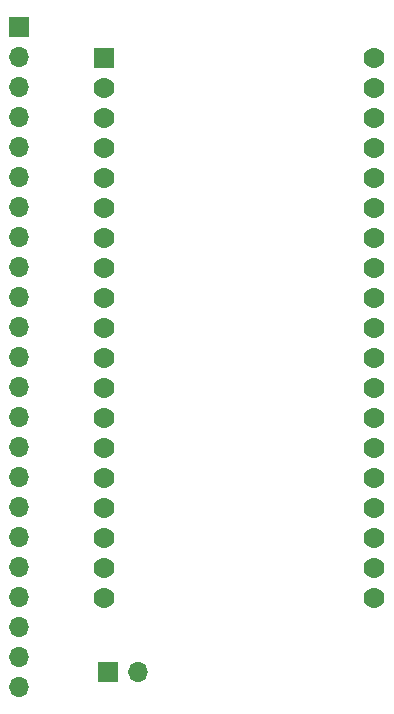
<source format=gbs>
G04 #@! TF.GenerationSoftware,KiCad,Pcbnew,8.0.4*
G04 #@! TF.CreationDate,2024-08-02T20:22:04-07:00*
G04 #@! TF.ProjectId,CHESSmate CPU,43484553-536d-4617-9465-204350552e6b,rev?*
G04 #@! TF.SameCoordinates,Original*
G04 #@! TF.FileFunction,Soldermask,Bot*
G04 #@! TF.FilePolarity,Negative*
%FSLAX46Y46*%
G04 Gerber Fmt 4.6, Leading zero omitted, Abs format (unit mm)*
G04 Created by KiCad (PCBNEW 8.0.4) date 2024-08-02 20:22:04*
%MOMM*%
%LPD*%
G01*
G04 APERTURE LIST*
G04 Aperture macros list*
%AMRoundRect*
0 Rectangle with rounded corners*
0 $1 Rounding radius*
0 $2 $3 $4 $5 $6 $7 $8 $9 X,Y pos of 4 corners*
0 Add a 4 corners polygon primitive as box body*
4,1,4,$2,$3,$4,$5,$6,$7,$8,$9,$2,$3,0*
0 Add four circle primitives for the rounded corners*
1,1,$1+$1,$2,$3*
1,1,$1+$1,$4,$5*
1,1,$1+$1,$6,$7*
1,1,$1+$1,$8,$9*
0 Add four rect primitives between the rounded corners*
20,1,$1+$1,$2,$3,$4,$5,0*
20,1,$1+$1,$4,$5,$6,$7,0*
20,1,$1+$1,$6,$7,$8,$9,0*
20,1,$1+$1,$8,$9,$2,$3,0*%
G04 Aperture macros list end*
%ADD10R,1.700000X1.700000*%
%ADD11O,1.700000X1.700000*%
%ADD12RoundRect,0.102000X-0.780000X-0.780000X0.780000X-0.780000X0.780000X0.780000X-0.780000X0.780000X0*%
%ADD13C,1.764000*%
G04 APERTURE END LIST*
D10*
X119225000Y-112000000D03*
D11*
X121765000Y-112000000D03*
D10*
X111750000Y-57370000D03*
D11*
X111750000Y-59910000D03*
X111750000Y-62450000D03*
X111750000Y-64990000D03*
X111750000Y-67530000D03*
X111750000Y-70070000D03*
X111750000Y-72610000D03*
X111750000Y-75150000D03*
X111750000Y-77690000D03*
X111750000Y-80230000D03*
X111750000Y-82770000D03*
X111750000Y-85310000D03*
X111750000Y-87850000D03*
X111750000Y-90390000D03*
X111750000Y-92930000D03*
X111750000Y-95470000D03*
X111750000Y-98010000D03*
X111750000Y-100550000D03*
X111750000Y-103090000D03*
X111750000Y-105630000D03*
X111750000Y-108170000D03*
X111750000Y-110710000D03*
X111750000Y-113250000D03*
D12*
X118927500Y-59994500D03*
D13*
X118927500Y-62534500D03*
X118927500Y-65074500D03*
X118927500Y-67614500D03*
X118927500Y-70154500D03*
X118927500Y-72694500D03*
X118927500Y-75234500D03*
X118927500Y-77774500D03*
X118927500Y-80314500D03*
X118927500Y-82854500D03*
X118927500Y-85394500D03*
X118927500Y-87934500D03*
X118927500Y-90474500D03*
X118927500Y-93014500D03*
X118927500Y-95554500D03*
X118927500Y-98094500D03*
X118927500Y-100634500D03*
X118927500Y-103174500D03*
X118927500Y-105714500D03*
X141787500Y-59994500D03*
X141787500Y-62534500D03*
X141787500Y-65074500D03*
X141787500Y-67614500D03*
X141787500Y-70154500D03*
X141787500Y-72694500D03*
X141787500Y-75234500D03*
X141787500Y-77774500D03*
X141787500Y-80314500D03*
X141787500Y-82854500D03*
X141787500Y-85394500D03*
X141787500Y-87934500D03*
X141787500Y-90474500D03*
X141787500Y-93014500D03*
X141787500Y-95554500D03*
X141787500Y-98094500D03*
X141787500Y-100634500D03*
X141787500Y-103174500D03*
X141787500Y-105714500D03*
M02*

</source>
